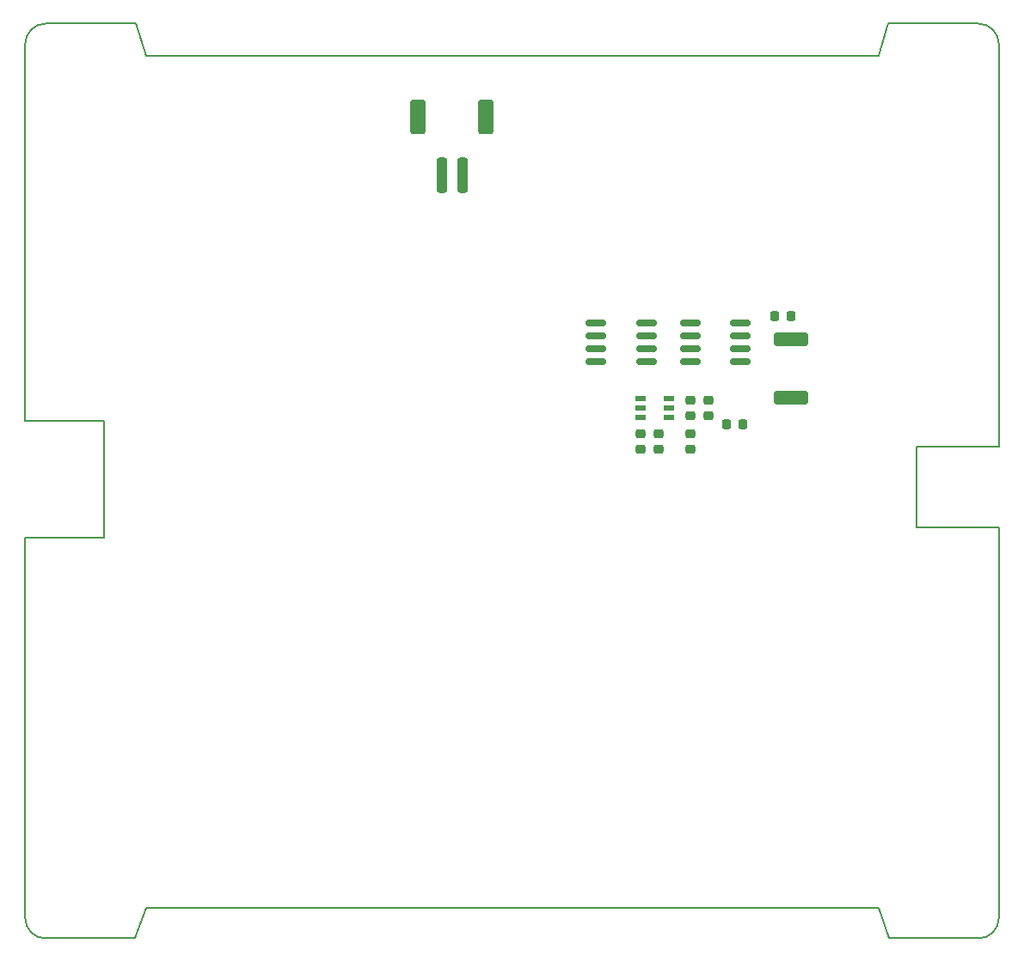
<source format=gtp>
%TF.GenerationSoftware,KiCad,Pcbnew,(6.0.5-0)*%
%TF.CreationDate,2022-12-24T17:15:18-05:00*%
%TF.ProjectId,batteryboard,62617474-6572-4796-926f-6172642e6b69,rev?*%
%TF.SameCoordinates,Original*%
%TF.FileFunction,Paste,Top*%
%TF.FilePolarity,Positive*%
%FSLAX46Y46*%
G04 Gerber Fmt 4.6, Leading zero omitted, Abs format (unit mm)*
G04 Created by KiCad (PCBNEW (6.0.5-0)) date 2022-12-24 17:15:18*
%MOMM*%
%LPD*%
G01*
G04 APERTURE LIST*
G04 Aperture macros list*
%AMRoundRect*
0 Rectangle with rounded corners*
0 $1 Rounding radius*
0 $2 $3 $4 $5 $6 $7 $8 $9 X,Y pos of 4 corners*
0 Add a 4 corners polygon primitive as box body*
4,1,4,$2,$3,$4,$5,$6,$7,$8,$9,$2,$3,0*
0 Add four circle primitives for the rounded corners*
1,1,$1+$1,$2,$3*
1,1,$1+$1,$4,$5*
1,1,$1+$1,$6,$7*
1,1,$1+$1,$8,$9*
0 Add four rect primitives between the rounded corners*
20,1,$1+$1,$2,$3,$4,$5,0*
20,1,$1+$1,$4,$5,$6,$7,0*
20,1,$1+$1,$6,$7,$8,$9,0*
20,1,$1+$1,$8,$9,$2,$3,0*%
G04 Aperture macros list end*
%TA.AperFunction,Profile*%
%ADD10C,0.150000*%
%TD*%
%ADD11R,1.000000X0.600000*%
%ADD12RoundRect,0.218750X-0.256250X0.218750X-0.256250X-0.218750X0.256250X-0.218750X0.256250X0.218750X0*%
%ADD13RoundRect,0.218750X0.218750X0.256250X-0.218750X0.256250X-0.218750X-0.256250X0.218750X-0.256250X0*%
%ADD14RoundRect,0.218750X0.256250X-0.218750X0.256250X0.218750X-0.256250X0.218750X-0.256250X-0.218750X0*%
%ADD15RoundRect,0.150000X-0.825000X-0.150000X0.825000X-0.150000X0.825000X0.150000X-0.825000X0.150000X0*%
%ADD16RoundRect,0.150000X0.825000X0.150000X-0.825000X0.150000X-0.825000X-0.150000X0.825000X-0.150000X0*%
%ADD17RoundRect,0.250000X1.425000X-0.425000X1.425000X0.425000X-1.425000X0.425000X-1.425000X-0.425000X0*%
%ADD18RoundRect,0.250000X0.250000X1.500000X-0.250000X1.500000X-0.250000X-1.500000X0.250000X-1.500000X0*%
%ADD19RoundRect,0.250001X0.499999X1.449999X-0.499999X1.449999X-0.499999X-1.449999X0.499999X-1.449999X0*%
G04 APERTURE END LIST*
D10*
X53200300Y-141979900D02*
G75*
G03*
X55200300Y-143979900I2000000J0D01*
G01*
X147085300Y-143979900D02*
G75*
G03*
X149085300Y-141979900I0J2000000D01*
G01*
X149085300Y-55809900D02*
G75*
G03*
X147085300Y-53809900I-2000000J0D01*
G01*
X55200300Y-53809900D02*
G75*
G03*
X53200300Y-55809900I0J-2000000D01*
G01*
X55200300Y-143979900D02*
X64039500Y-143979900D01*
X137210800Y-141000000D02*
X65074800Y-141000000D01*
X64039500Y-143979900D02*
X65074800Y-141000000D01*
X147085300Y-143979900D02*
X138246100Y-143979900D01*
X65074800Y-57000000D02*
X64096900Y-53809900D01*
X137210800Y-57000000D02*
X65074800Y-57000000D01*
X137210800Y-57000000D02*
X138188700Y-53809900D01*
X147085300Y-53809900D02*
X138188700Y-53809900D01*
X64096900Y-53809900D02*
X55200300Y-53809900D01*
X61000000Y-104500000D02*
X53200300Y-104500000D01*
X141000000Y-95500000D02*
X141000000Y-103500000D01*
X138246100Y-143979900D02*
X137210800Y-141000000D01*
X149085300Y-95500000D02*
X141000000Y-95500000D01*
X149085300Y-141979900D02*
X149085300Y-103500000D01*
X53200300Y-141979900D02*
X53200300Y-104500000D01*
X53200300Y-93000000D02*
X61000000Y-93000000D01*
X53200300Y-55809900D02*
X53200300Y-93000000D01*
X149085300Y-55809900D02*
X149085300Y-95500000D01*
X141000000Y-103500000D02*
X149085300Y-103500000D01*
X61000000Y-93000000D02*
X61000000Y-104500000D01*
D11*
X113789000Y-90744000D03*
X113789000Y-91694000D03*
X113789000Y-92644000D03*
X116589000Y-92644000D03*
X116589000Y-91694000D03*
X116589000Y-90744000D03*
D12*
X120523000Y-90906500D03*
X120523000Y-92481500D03*
X118745000Y-90906500D03*
X118745000Y-92481500D03*
X115570000Y-94208500D03*
X115570000Y-95783500D03*
D13*
X128613000Y-82677000D03*
X127038000Y-82677000D03*
X123850500Y-93281500D03*
X122275500Y-93281500D03*
D14*
X118745000Y-95783500D03*
X118745000Y-94208500D03*
D15*
X109412000Y-83312000D03*
X109412000Y-84582000D03*
X109412000Y-85852000D03*
X109412000Y-87122000D03*
X114362000Y-87122000D03*
X114362000Y-85852000D03*
X114362000Y-84582000D03*
X114362000Y-83312000D03*
D16*
X123633000Y-87122000D03*
X123633000Y-85852000D03*
X123633000Y-84582000D03*
X123633000Y-83312000D03*
X118683000Y-83312000D03*
X118683000Y-84582000D03*
X118683000Y-85852000D03*
X118683000Y-87122000D03*
D12*
X113792000Y-94208500D03*
X113792000Y-95783500D03*
D17*
X128587500Y-90720500D03*
X128587500Y-84920500D03*
D18*
X96250000Y-68763000D03*
X94250000Y-68763000D03*
D19*
X91900000Y-63013000D03*
X98600000Y-63013000D03*
M02*

</source>
